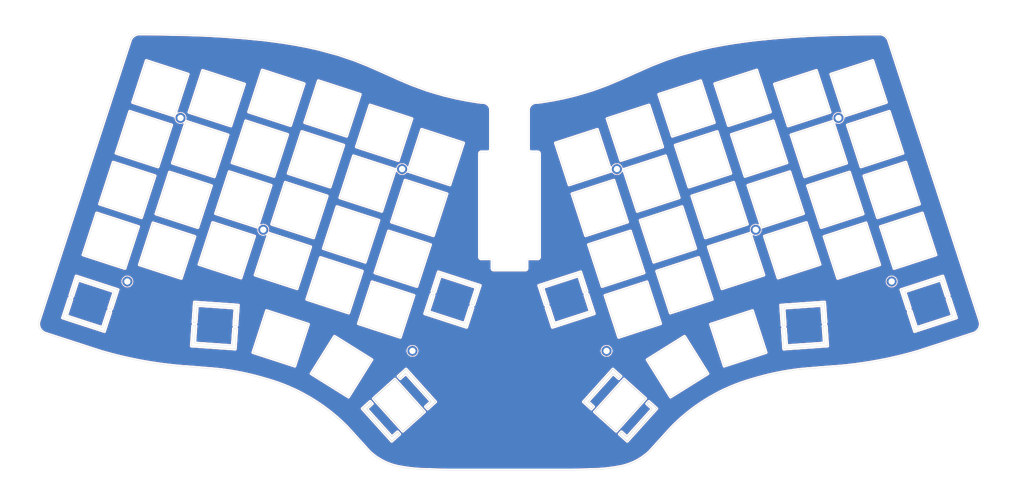
<source format=kicad_pcb>
(kicad_pcb (version 20211014) (generator pcbnew)
  (layers (0 "F.Cu" signal) (31 "B.Cu" signal) (34 "B.Paste" user) (35 "F.Paste" user) (36 "B.SilkS" user "B.Silkscreen") (37 "F.SilkS" user "F.Silkscreen") (38 "B.Mask" user) (39 "F.Mask" user) (44 "Edge.Cuts" user))
  (net 0 "")
  (net 1 "GND")
  (footprint "" (layer "F.Cu") (at 94.673566 123.775015)
    (fp_text reference "" (at 0 0) (layer "F.SilkS") (effects (font (size 1.27 1.27))))
    (fp_text value "" (at 0 0) (layer "F.SilkS") (effects (font (size 1.27 1.27))))
    (pad "" thru_hole circle locked (at 0 0 90) (size 3.2 3.2) (drill 2) (layers F&B.Cu *.Mask "Dwgs.User") (clearance 0.3))
  )
  (footprint "" (layer "F.Cu") (at 111.578153 71.748037)
    (fp_text reference "" (at 0 0) (layer "F.SilkS") (effects (font (size 1.27 1.27))))
    (fp_text value "" (at 0 0) (layer "F.SilkS") (effects (font (size 1.27 1.27))))
    (pad "" thru_hole circle locked (at 0 0 90) (size 3.2 3.2) (drill 2) (layers F&B.Cu *.Mask "Dwgs.User") (clearance 0.3))
  )
  (footprint "" (layer "F.Cu") (at 246.970277 145.85677)
    (fp_text reference "" (at 0 0) (layer "F.SilkS") (effects (font (size 1.27 1.27))))
    (fp_text value "" (at 0 0) (layer "F.SilkS") (effects (font (size 1.27 1.27))))
    (pad "" thru_hole circle locked (at 0 0 90) (size 3.2 3.2) (drill 2) (layers F&B.Cu *.Mask "Dwgs.User") (clearance 0.3))
  )
  (footprint "" (layer "F.Cu") (at 250.255544 88.010361)
    (fp_text reference "" (at 0 0) (layer "F.SilkS") (effects (font (size 1.27 1.27))))
    (fp_text value "" (at 0 0) (layer "F.SilkS") (effects (font (size 1.27 1.27))))
    (pad "" thru_hole circle locked (at 0 0 90) (size 3.2 3.2) (drill 2) (layers F&B.Cu *.Mask "Dwgs.User") (clearance 0.3))
  )
  (footprint "" (layer "F.Cu") (at 137.873092 107.318988)
    (fp_text reference "" (at 0 0) (layer "F.SilkS") (effects (font (size 1.27 1.27))))
    (fp_text value "" (at 0 0) (layer "F.SilkS") (effects (font (size 1.27 1.27))))
    (pad "" thru_hole circle locked (at 0 0 90) (size 3.2 3.2) (drill 2) (layers F&B.Cu *.Mask "Dwgs.User") (clearance 0.3))
  )
  (footprint "" (layer "F.Cu") (at 185.28494 145.856198)
    (fp_text reference "" (at 0 0) (layer "F.SilkS") (effects (font (size 1.27 1.27))))
    (fp_text value "" (at 0 0) (layer "F.SilkS") (effects (font (size 1.27 1.27))))
    (pad "" thru_hole circle locked (at 0 0 90) (size 3.2 3.2) (drill 2) (layers F&B.Cu *.Mask "Dwgs.User") (clearance 0.3))
  )
  (footprint "" (layer "F.Cu") (at 320.677064 71.748608)
    (fp_text reference "" (at 0 0) (layer "F.SilkS") (effects (font (size 1.27 1.27))))
    (fp_text value "" (at 0 0) (layer "F.SilkS") (effects (font (size 1.27 1.27))))
    (pad "" thru_hole circle locked (at 0 0 90) (size 3.2 3.2) (drill 2) (layers F&B.Cu *.Mask "Dwgs.User") (clearance 0.3))
  )
  (footprint "" (layer "F.Cu") (at 294.382124 107.319558)
    (fp_text reference "" (at 0 0) (layer "F.SilkS") (effects (font (size 1.27 1.27))))
    (fp_text value "" (at 0 0) (layer "F.SilkS") (effects (font (size 1.27 1.27))))
    (pad "" thru_hole circle locked (at 0 0 90) (size 3.2 3.2) (drill 2) (layers F&B.Cu *.Mask "Dwgs.User") (clearance 0.3))
  )
  (footprint "" (layer "F.Cu") (at 181.999669 88.009791)
    (fp_text reference "" (at 0 0) (layer "F.SilkS") (effects (font (size 1.27 1.27))))
    (fp_text value "" (at 0 0) (layer "F.SilkS") (effects (font (size 1.27 1.27))))
    (pad "" thru_hole circle locked (at 0 0 90) (size 3.2 3.2) (drill 2) (layers F&B.Cu *.Mask "Dwgs.User") (clearance 0.3))
  )
  (footprint "" (layer "F.Cu") (at 337.58165 123.775584)
    (fp_text reference "" (at 0 0) (layer "F.SilkS") (effects (font (size 1.27 1.27))))
    (fp_text value "" (at 0 0) (layer "F.SilkS") (effects (font (size 1.27 1.27))))
    (pad "" thru_hole circle locked (at 0 0 90) (size 3.2 3.2) (drill 2) (layers F&B.Cu *.Mask "Dwgs.User") (clearance 0.3))
  )
  (gr_line (start 155.380379 59.909234) (end 151.054142 73.224027) (layer "Edge.Cuts") (width 0.1))
  (gr_line (start 297.14516 109.351167) (end 301.471396 122.66596) (layer "Edge.Cuts") (width 0.1))
  (gr_line (start 299.953371 72.689008) (end 286.638583 77.015243) (layer "Edge.Cuts") (width 0.1))
  (gr_line (start 274.237519 50.559606) (end 277.00638 49.822649) (layer "Edge.Cuts") (width 0.099999))
  (gr_line (start 136.036922 106.497997) (end 140.363159 93.183204) (layer "Edge.Cuts") (width 0.1))
  (gr_line (start 87.399072 139.683907) (end 89.407683 133.502039) (layer "Edge.Cuts") (width 0.1))
  (gr_line (start 185.760507 128.212196) (end 172.445719 123.885959) (layer "Edge.Cuts") (width 0.1))
  (gr_line (start 170.274957 117.622608) (end 174.601192 104.307816) (layer "Edge.Cuts") (width 0.1))
  (gr_line (start 264.135551 137.200754) (end 259.809314 123.885962) (layer "Edge.Cuts") (width 0.1))
  (gr_line (start 168.119478 137.200751) (end 181.43427 141.526989) (layer "Edge.Cuts") (width 0.1))
  (gr_line (start 133.228709 69.835839) (end 146.543502 74.162076) (layer "Edge.Cuts") (width 0.1))
  (gr_line (start 253.628975 104.864832) (end 249.302736 91.550039) (layer "Edge.Cuts") (width 0.1))
  (gr_line (start 156.960164 113.296372) (end 170.274957 117.622608) (layer "Edge.Cuts") (width 0.1))
  (gr_line (start 239.895699 63.637797) (end 242.283801 62.914808) (layer "Edge.Cuts") (width 0.099999))
  (gr_line (start 315.335868 131.390573) (end 315.719528 136.877176) (layer "Edge.Cuts") (width 0.1))
  (gr_line (start 355.211082 129.484818) (end 356.910676 134.715629) (layer "Edge.Cuts") (width 0.1))
  (gr_line (start 333.749912 118.454839) (end 329.423671 105.140047) (layer "Edge.Cuts") (width 0.1))
  (gr_line (start 335.893967 66.804335) (end 331.567728 53.489543) (layer "Edge.Cuts") (width 0.1))
  (gr_line (start 243.157554 165.241354) (end 250.022356 171.418419) (layer "Edge.Cuts") (width 0.15))
  (gr_line (start 109.011696 86.118917) (end 122.326487 90.445156) (layer "Edge.Cuts") (width 0.1))
  (gr_line (start 280.409823 49.062422) (end 284.574716 48.274281) (layer "Edge.Cuts") (width 0.099999))
  (gr_line (start 230.401788 137.094876) (end 228.702195 131.864065) (layer "Edge.Cuts") (width 0.1))
  (gr_line (start 147.680308 48.27428) (end 151.845204 49.062421) (layer "Edge.Cuts") (width 0.099999))
  (gr_line (start 303.365099 132.227651) (end 315.335868 131.390573) (layer "Edge.Cuts") (width 0.1))
  (gr_line (start 287.381228 92.245159) (end 274.066439 96.571396) (layer "Edge.Cuts") (width 0.1))
  (gr_line (start 317.240266 144.289151) (end 316.78685 137.804983) (layer "Edge.Cuts") (width 0.1))
  (gr_line (start 126.652725 77.130363) (end 113.337936 72.804125) (layer "Edge.Cuts") (width 0.1))
  (gr_line (start 251.473497 85.286687) (end 264.788287 80.96045) (layer "Edge.Cuts") (width 0.1))
  (gr_line (start 216.127509 183.784169) (end 204.951512 183.784171) (layer "Edge.Cuts") (width 0.1))
  (gr_line (start 181.219442 172.333906) (end 180.550312 171.590761) (layer "Edge.Cuts") (width 0.15))
  (gr_line (start 196.267084 95.876276) (end 182.952295 91.550038) (layer "Edge.Cuts") (width 0.1))
  (gr_line (start 265.441909 53.296748) (end 270.462655 51.58762) (layer "Edge.Cuts") (width 0.099999))
  (gr_line (start 152.935301 112.739357) (end 139.62051 108.413119) (layer "Edge.Cuts") (width 0.1))
  (gr_line (start 109.675854 71.130572) (end 114.002091 57.815778) (layer "Edge.Cuts") (width 0.1))
  (gr_line (start 305.206659 88.856968) (end 291.89187 93.183205) (layer "Edge.Cuts") (width 0.1))
  (gr_line (start 148.609064 126.054148) (end 152.935301 112.739357) (layer "Edge.Cuts") (width 0.1))
  (gr_line (start 135.294272 121.72791) (end 148.609064 126.054148) (layer "Edge.Cuts") (width 0.1))
  (gr_line (start 116.082082 143.361336) (end 116.465743 137.874733) (layer "Edge.Cuts") (width 0.1))
  (gr_line (start 170.7372 164.278934) (end 172.520744 162.673022) (layer "Edge.Cuts") (width 0.15))
  (gr_line (start 204.503892 132.173081) (end 203.552835 131.864064) (layer "Edge.Cuts") (width 0.1))
  (gr_line (start 314.786189 118.339723) (end 310.45995 105.024931) (layer "Edge.Cuts") (width 0.1))
  (gr_line (start 189.971223 62.914804) (end 192.359329 63.637796) (layer "Edge.Cuts") (width 0.099999))
  (gr_line (start 235.060892 93.023107) (end 248.375684 88.696871) (layer "Edge.Cuts") (width 0.1))
  (gr_line (start 317.281872 150.992207) (end 320.457048 150.76752) (layer "Edge.Cuts") (width 0.099999))
  (gr_line (start 256.726785 101.454647) (end 270.041574 97.12841) (layer "Edge.Cuts") (width 0.1))
  (gr_arc (start 221.675514 117.057168) (mid 221.821973 116.70364) (end 222.175514 116.557168) (layer "Edge.Cuts") (width 0.05))
  (gr_arc (start 181.60011 182.780329) (mid 176.288196 181.104044) (end 171.694106 177.954331) (layer "Edge.Cuts") (width 0.1))
  (gr_line (start 114.002091 57.815778) (end 100.687302 53.48954) (layer "Edge.Cuts") (width 0.1))
  (gr_line (start 334.932865 45.270215) (end 335.339269 45.473408) (layer "Edge.Cuts") (width 0.099999))
  (gr_line (start 182.232674 171.418416) (end 189.097476 165.241351) (layer "Edge.Cuts") (width 0.15))
  (gr_line (start 317.281872 150.992207) (end 309.535045 151.629521) (layer "Edge.Cuts") (width 0.099999))
  (gr_line (start 172.520744 162.673022) (end 171.851614 161.929879) (layer "Edge.Cuts") (width 0.15))
  (gr_line (start 139.62051 108.413119) (end 135.294272 121.72791) (layer "Edge.Cuts") (width 0.1))
  (gr_line (start 73.732215 114.49507) (end 95.696547 46.89581) (layer "Edge.Cuts") (width 0.1))
  (gr_line (start 261.980072 117.622611) (end 275.294865 113.296372) (layer "Edge.Cuts") (width 0.1))
  (gr_line (start 127.975421 86.003798) (end 141.290211 90.330035) (layer "Edge.Cuts") (width 0.1))
  (gr_line (start 322.579177 71.130571) (end 335.893967 66.804335) (layer "Edge.Cuts") (width 0.1))
  (gr_line (start 226.693582 125.682199) (end 238.106261 121.973994) (layer "Edge.Cuts") (width 0.1))
  (gr_line (start 263.559864 64.235472) (end 267.886099 77.550265) (layer "Edge.Cuts") (width 0.1))
  (gr_line (start 97.728563 45.117813) (end 98.33815 45.016206) (layer "Edge.Cuts") (width 0.099999))
  (gr_line (start 299.026321 69.83584) (end 294.700081 56.521049) (layer "Edge.Cuts") (width 0.1))
  (gr_line (start 260.462047 67.645657) (end 247.14726 71.971894) (layer "Edge.Cuts") (width 0.1))
  (gr_line (start 172.864847 161.018416) (end 182.232674 171.418416) (layer "Edge.Cuts") (width 0.15))
  (gr_line (start 161.286404 99.981579) (end 156.960164 113.296372) (layer "Edge.Cuts") (width 0.1))
  (gr_line (start 300.349016 60.962402) (end 304.675253 74.277195) (layer "Edge.Cuts") (width 0.1))
  (gr_line (start 114.113064 45.264232) (end 119.95112 45.4783) (layer "Edge.Cuts") (width 0.099999))
  (gr_line (start 115.014764 144.289145) (end 128.980658 145.265734) (layer "Edge.Cuts") (width 0.1))
  (gr_line (start 119.95112 45.4783) (end 125.911452 45.823937) (layer "Edge.Cuts") (width 0.099999))
  (gr_line (start 175.528245 101.454646) (end 179.854484 88.139854) (layer "Edge.Cuts") (width 0.1))
  (gr_line (start 279.31973 112.739358) (end 283.645968 126.054149) (layer "Edge.Cuts") (width 0.1))
  (gr_arc (start 211.079514 120.113168) (mid 210.725992 119.966695) (end 210.579514 119.613168) (layer "Edge.Cuts") (width 0.05))
  (gr_line (start 259.390183 161.018419) (end 252.525382 154.837325) (layer "Edge.Cuts") (width 0.15))
  (gr_line (start 249.060875 153.06264) (end 250.844419 154.668549) (layer "Edge.Cuts") (width 0.15))
  (gr_line (start 80.6012 115.308217) (end 93.91599 119.634454) (layer "Edge.Cuts") (width 0.1))
  (gr_line (start 335.948856 45.981415) (end 336.202887 46.28621) (layer "Edge.Cuts") (width 0.099999))
  (gr_line (start 221.175514 120.113168) (end 211.079514 120.113168) (layer "Edge.Cuts") (width 0.05))
  (gr_line (start 184.955133 61.07876) (end 187.211687 61.924016) (layer "Edge.Cuts") (width 0.099999))
  (gr_line (start 89.407683 133.502039) (end 88.456626 133.193022) (layer "Edge.Cuts") (width 0.1))
  (gr_line (start 262.907124 120.475778) (end 267.233362 133.790571) (layer "Edge.Cuts") (width 0.1))
  (gr_line (start 270.968625 99.981581) (end 257.653836 104.307818) (layer "Edge.Cuts") (width 0.1))
  (gr_line (start 193.506731 120.71392) (end 191.498119 126.895787) (layer "Edge.Cuts") (width 0.1))
  (gr_line (start 278.392675 109.886187) (end 291.707468 105.55995) (layer "Edge.Cuts") (width 0.1))
  (gr_line (start 104.422564 87.29853) (end 108.748801 73.983738) (layer "Edge.Cuts") (width 0.1))
  (gr_line (start 166.813116 53.296746) (end 168.942742 54.137348) (layer "Edge.Cuts") (width 0.099999))
  (gr_line (start 248.98686 151.650364) (end 239.61903 162.054391) (layer "Edge.Cuts") (width 0.15))
  (gr_line (start 206.821521 125.040158) (end 193.506731 120.71392) (layer "Edge.Cuts") (width 0.1))
  (gr_line (start 204.812909 131.222025) (end 206.821519 125.040157) (layer "Edge.Cuts") (width 0.1))
  (gr_line (start 318.25294 57.81578) (end 322.579177 71.130571) (layer "Edge.Cuts") (width 0.1))
  (gr_line (start 287.606714 47.781845) (end 291.273296 47.266146) (layer "Edge.Cuts") (width 0.099999))
  (gr_line (start 91.107773 82.972293) (end 104.422564 87.29853) (layer "Edge.Cuts") (width 0.1))
  (gr_line (start 253.488262 173.196674) (end 251.704718 171.590764) (layer "Edge.Cuts") (width 0.15))
  (gr_line (start 306.343574 45.82394) (end 312.303905 45.478301) (layer "Edge.Cuts") (width 0.099999))
  (gr_line (start 225.433511 125.040158) (end 227.442121 131.222026) (layer "Edge.Cuts") (width 0.1))
  (gr_line (start 315.719528 136.877176) (end 316.717093 136.807419) (layer "Edge.Cuts") (width 0.1))
  (gr_line (start 343.798404 133.193022) (end 342.847347 133.502039) (layer "Edge.Cuts") (width 0.1))
  (gr_line (start 250.844419 154.668549) (end 251.513549 153.925405) (layer "Edge.Cuts") (width 0.15))
  (gr_line (start 344.855958 139.683907) (end 358.170745 135.35767) (layer "Edge.Cuts") (width 0.1))
  (gr_line (start 273.139389 93.718226) (end 286.454181 89.391989) (layer "Edge.Cuts") (width 0.1))
  (gr_line (start 276.874651 59.909235) (end 263.559864 64.235472) (layer "Edge.Cuts") (width 0.1))
  (gr_line (start 167.466745 80.960449) (end 180.781535 85.286685) (layer "Edge.Cuts") (width 0.1))
  (gr_line (start 96.361063 66.804333) (end 109.675854 71.130572) (layer "Edge.Cuts") (width 0.1))
  (gr_line (start 327.832465 87.298531) (end 341.147257 82.972294) (layer "Edge.Cuts") (width 0.1))
  (gr_line (start 125.911452 45.823937) (end 131.994063 46.301151) (layer "Edge.Cuts") (width 0.099999))
  (gr_line (start 296.218107 106.497998) (end 309.532898 102.171761) (layer "Edge.Cuts") (width 0.1))
  (gr_line (start 116.146147 109.466283) (end 102.831357 105.140046) (layer "Edge.Cuts") (width 0.1))
  (gr_line (start 336.406041 46.59101) (end 336.558478 46.89581) (layer "Edge.Cuts") (width 0.099999))
  (gr_line (start 316.172948 143.361342) (end 304.202179 144.198419) (layer "Edge.Cuts") (width 0.1))
  (gr_line (start 115.537937 136.807413) (end 116.535502 136.87717) (layer "Edge.Cuts") (width 0.1))
  (gr_line (start 98.242228 106.319661) (end 84.927439 101.993424) (layer "Edge.Cuts") (width 0.1))
  (gr_line (start 118.591225 56.636165) (end 114.264985 69.950956) (layer "Edge.Cuts") (width 0.1))
  (gr_line (start 169.324924 164.20492) (end 171.851614 161.929879) (layer "Edge.Cuts") (width 0.15))
  (gr_line (start 324.170383 88.972086) (end 310.855596 93.298324) (layer "Edge.Cuts") (width 0.1))
  (gr_line (start 105.985878 45.093302) (end 114.113064 45.264232) (layer "Edge.Cuts") (width 0.099999))
  (gr_line (start 354.902063 128.533763) (end 355.85312 128.224745) (layer "Edge.Cuts") (width 0.1))
  (gr_line (start 151.706877 129.464332) (end 165.021669 133.79057) (layer "Edge.Cuts") (width 0.1))
  (gr_line (start 117.0732 106.613114) (end 121.399436 93.298322) (layer "Edge.Cuts") (width 0.1))
  (gr_line (start 163.441878 80.403432) (end 150.127089 76.077195) (layer "Edge.Cuts") (width 0.1))
  (gr_line (start 137.554948 56.521047) (end 133.228709 69.835839) (layer "Edge.Cuts") (width 0.1))
  (gr_line (start 258.681588 56.086343) (end 261.182662 54.977952) (layer "Edge.Cuts") (width 0.099999))
  (gr_line (start 185.107771 71.971893) (end 171.792983 67.645656) (layer "Edge.Cuts") (width 0.1))
  (gr_line (start 205.561448 125.682198) (end 203.861854 130.913008) (layer "Edge.Cuts") (width 0.1))
  (gr_line (start 342.847347 133.502039) (end 344.855958 139.683907) (layer "Edge.Cuts") (width 0.1))
  (gr_line (start 191.940848 109.191068) (end 196.267084 95.876276) (layer "Edge.Cuts") (width 0.1))
  (gr_line (start 340.52972 126.369115) (end 342.53833 132.550983) (layer "Edge.Cuts") (width 0.1))
  (gr_line (start 202.311135 66.036081) (end 206.226872 66.688007) (layer "Edge.Cuts") (width 0.099999))
  (gr_line (start 169.324924 164.20492) (end 178.692753 174.608947) (layer "Edge.Cuts") (width 0.15))
  (gr_line (start 259.877266 148.644304) (end 267.296134 160.516976) (layer "Edge.Cuts") (width 0.1))
  (gr_line (start 168.695168 64.23547) (end 155.380379 59.909234) (layer "Edge.Cuts") (width 0.1))
  (gr_line (start 210.579514 119.613168) (end 210.579514 117.057168) (layer "Edge.Cuts") (width 0.05))
  (gr_line (start 259.809314 123.885962) (end 246.494524 128.212198) (layer "Edge.Cuts") (width 0.1))
  (gr_line (start 189.180494 134.028712) (end 202.495281 138.354949) (layer "Edge.Cuts") (width 0.1))
  (gr_line (start 250.022356 171.418419) (end 259.390183 161.018419) (layer "Edge.Cuts") (width 0.15))
  (gr_line (start 323.243336 86.118919) (end 318.917097 72.804126) (layer "Edge.Cuts") (width 0.1))
  (gr_line (start 144.648313 47.781844) (end 147.680308 48.27428) (layer "Edge.Cuts") (width 0.099999))
  (gr_line (start 131.994063 46.301151) (end 138.198913 46.90993) (layer "Edge.Cuts") (width 0.099999))
  (gr_line (start 315.181832 106.613115) (end 328.496623 102.286878) (layer "Edge.Cuts") (width 0.1))
  (gr_line (start 260.403416 161.929882) (end 262.930106 164.204923) (layer "Edge.Cuts") (width 0.15))
  (gr_line (start 210.127514 69.303168) (end 210.127514 81.553168) (layer "Edge.Cuts") (width 0.05))
  (gr_line (start 241.814467 133.386672) (end 230.401788 137.094876) (layer "Edge.Cuts") (width 0.1))
  (gr_line (start 279.168808 153.098108) (end 271.749939 141.225432) (layer "Edge.Cuts") (width 0.1))
  (gr_line (start 286.454181 89.391989) (end 282.127942 76.077197) (layer "Edge.Cuts") (width 0.1))
  (gr_line (start 91.725312 126.369116) (end 78.410522 122.042878) (layer "Edge.Cuts") (width 0.1))
  (gr_line (start 265.715335 83.813618) (end 252.400546 88.139854) (layer "Edge.Cuts") (width 0.1))
  (gr_line (start 183.879346 88.69687) (end 197.194137 93.023106) (layer "Edge.Cuts") (width 0.1))
  (gr_line (start 268.813151 80.403433) (end 273.139389 93.718226) (layer "Edge.Cuts") (width 0.1))
  (gr_line (start 251.513549 153.925405) (end 248.98686 151.650364) (layer "Edge.Cuts") (width 0.15))
  (gr_arc (start 225.627514 116.057168) (mid 225.481073 116.410712) (end 225.127514 116.557168) (layer "Edge.Cuts") (width 0.05))
  (gr_line (start 245.567471 125.359029) (end 258.882264 121.032791) (layer "Edge.Cuts") (width 0.1))
  (gr_line (start 166.539695 83.813619) (end 162.213455 97.128409) (layer "Edge.Cuts") (width 0.1))
  (gr_line (start 304.202179 144.198419) (end 303.818519 138.711817) (layer "Edge.Cuts") (width 0.1))
  (gr_line (start 150.127089 76.077195) (end 145.800849 89.391988) (layer "Edge.Cuts") (width 0.1))
  (gr_line (start 281.385293 60.847285) (end 285.711529 74.162077) (layer "Edge.Cuts") (width 0.1))
  (gr_line (start 260.403416 161.929882) (end 259.734286 162.673025) (layer "Edge.Cuts") (width 0.15))
  (gr_line (start 179.854484 88.139854) (end 166.539695 83.813619) (layer "Edge.Cuts") (width 0.1))
  (gr_line (start 317.990045 69.950958) (end 313.663807 56.636166) (layer "Edge.Cuts") (width 0.1))
  (gr_line (start 128.980658 145.265734) (end 129.434076 138.781567) (layer "Edge.Cuts") (width 0.1))
  (gr_line (start 186.687559 125.359027) (end 191.013796 112.044235) (layer "Edge.Cuts") (width 0.1))
  (gr_line (start 197.194137 93.023106) (end 201.520374 79.708313) (layer "Edge.Cuts") (width 0.1))
  (gr_line (start 101.031518 45.038724) (end 105.985878 45.093302) (layer "Edge.Cuts") (width 0.099999))
  (gr_line (start 151.845204 49.062421) (end 155.248647 49.822651) (layer "Edge.Cuts") (width 0.099999))
  (gr_line (start 270.041574 97.12841) (end 265.715335 83.813618) (layer "Edge.Cuts") (width 0.1))
  (gr_line (start 328.759516 90.151701) (end 333.085754 103.466494) (layer "Edge.Cuts") (width 0.1))
  (gr_line (start 113.337936 72.804125) (end 109.011696 86.118917) (layer "Edge.Cuts") (width 0.1))
  (gr_arc (start 225.127514 82.553168) (mid 225.481099 82.699588) (end 225.627514 83.053168) (layer "Edge.Cuts") (width 0.05))
  (gr_line (start 310.45995 105.024931) (end 297.14516 109.351167) (layer "Edge.Cuts") (width 0.1))
  (gr_line (start 310.855596 93.298324) (end 315.181832 106.613115) (layer "Edge.Cuts") (width 0.1))
  (gr_line (start 183.26817 151.650361) (end 180.741481 153.925402) (layer "Edge.Cuts") (width 0.15))
  (gr_line (start 180.781535 85.286685) (end 185.107771 71.971893) (layer "Edge.Cuts") (width 0.1))
  (gr_line (start 335.339269 45.473408) (end 335.694892 45.72741) (layer "Edge.Cuts") (width 0.099999))
  (gr_line (start 122.326487 90.445156) (end 126.652725 77.130363) (layer "Edge.Cuts") (width 0.1))
  (gr_line (start 267.233362 133.790571) (end 280.548154 129.464335) (layer "Edge.Cuts") (width 0.1))
  (gr_line (start 181.43427 141.526989) (end 185.760507 128.212196) (layer "Edge.Cuts") (width 0.1))
  (gr_line (start 346.400542 99.140258) (end 342.074304 85.825466) (layer "Edge.Cuts") (width 0.1))
  (gr_line (start 202.495281 138.354949) (end 204.503892 132.173081) (layer "Edge.Cuts") (width 0.1))
  (gr_line (start 222.127514 81.553168) (end 222.127514 69.303168) (layer "Edge.Cuts") (width 0.05))
  (gr_line (start 177.32503 57.748934) (end 181.325796 59.547742) (layer "Edge.Cuts") (width 0.099999))
  (gr_line (start 316.78685 137.804983) (end 315.789287 137.874739) (layer "Edge.Cuts") (width 0.1))
  (gr_line (start 74.084285 135.35767) (end 87.399072 139.683907) (layer "Edge.Cuts") (width 0.1))
  (gr_arc (start 345.920459 146.008615) (mid 333.30783 149.02521) (end 320.457048 150.76752) (layer "Edge.Cuts") (width 0.1))
  (gr_line (start 341.147257 82.972294) (end 336.821019 69.657501) (layer "Edge.Cuts") (width 0.1))
  (gr_line (start 138.198913 46.90993) (end 140.981732 47.266144) (layer "Edge.Cuts") (width 0.099999))
  (gr_line (start 245.04334 61.924016) (end 247.299895 61.078761) (layer "Edge.Cuts") (width 0.099999))
  (gr_line (start 236.877663 64.510975) (end 239.895699 63.637797) (layer "Edge.Cuts") (width 0.099999))
  (gr_arc (start 223.127514 82.553168) (mid 222.420439 82.260249) (end 222.127514 81.553168) (layer "Edge.Cuts") (width 0.05))
  (gr_line (start 115.46818 137.804977) (end 115.014764 144.289145) (layer "Edge.Cuts") (width 0.1))
  (gr_line (start 146.543502 74.162076) (end 150.869737 60.847284) (layer "Edge.Cuts") (width 0.1))
  (gr_line (start 267.296134 160.516976) (end 279.168808 153.098108) (layer "Edge.Cuts") (width 0.1))
  (gr_line (start 141.290211 90.330035) (end 145.616449 77.015243) (layer "Edge.Cuts") (width 0.1))
  (gr_line (start 280.024562 137.374689) (end 284.3508 150.689482) (layer "Edge.Cuts") (width 0.1))
  (gr_line (start 180.550312 171.590761) (end 178.766768 173.196671) (layer "Edge.Cuts") (width 0.15))
  (gr_line (start 228.393176 130.913009) (end 226.693582 125.682199) (layer "Edge.Cuts") (width 0.1))
  (gr_line (start 284.574716 48.274281) (end 287.606714 47.781845) (layer "Edge.Cuts") (width 0.099999))
  (gr_line (start 226.028155 66.68801) (end 229.94389 66.03608) (layer "Edge.Cuts") (width 0.099999))
  (gr_line (start 225.627514 83.053168) (end 225.627514 116.057168) (layer "Edge.Cuts") (width 0.05))
  (gr_line (start 238.106261 121.973994) (end 239.805854 127.204806) (layer "Edge.Cuts") (width 0.1))
  (gr_line (start 88.456626 133.193022) (end 86.757033 138.423833) (layer "Edge.Cuts") (width 0.1))
  (gr_line (start 85.854487 99.140257) (end 99.169276 103.466494) (layer "Edge.Cuts") (width 0.1))
  (gr_line (start 302.751198 137.78401) (end 303.74876 137.714253) (layer "Edge.Cuts") (width 0.1))
  (gr_line (start 240.756911 126.895788) (end 238.748299 120.713921) (layer "Edge.Cuts") (width 0.1))
  (gr_line (start 164.368931 77.550264) (end 168.695168 64.23547) (layer "Edge.Cuts") (width 0.1))
  (gr_line (start 229.759748 138.354951) (end 243.074537 134.028712) (layer "Edge.Cuts") (width 0.1))
  (gr_line (start 116.919162 131.390567) (end 128.889931 132.227645) (layer "Edge.Cuts") (width 0.1))
  (gr_line (start 187.211687 61.924016) (end 189.971223 62.914804) (layer "Edge.Cuts") (width 0.099999))
  (gr_line (start 172.377766 148.644306) (end 160.505091 141.225432) (layer "Edge.Cuts") (width 0.1))
  (gr_line (start 140.981732 47.266144) (end 144.648313 47.781844) (layer "Edge.Cuts") (width 0.099999))
  (gr_line (start 145.800849 89.391988) (end 159.115641 93.718224) (layer "Edge.Cuts") (width 0.1))
  (gr_line (start 280.548154 129.464335) (end 276.221914 116.149541) (layer "Edge.Cuts") (width 0.1))
  (gr_line (start 277.00638 49.822649) (end 280.409823 49.062422) (layer "Edge.Cuts") (width 0.099999))
  (gr_line (start 293.339351 133.048452) (end 280.024562 137.374689) (layer "Edge.Cuts") (width 0.1))
  (gr_line (start 341.789791 127.011156) (end 353.20247 123.302951) (layer "Edge.Cuts") (width 0.1))
  (gr_line (start 227.751138 132.173082) (end 229.759749 138.35495) (layer "Edge.Cuts") (width 0.1))
  (gr_line (start 189.44018 163.586286) (end 190.10931 164.329429) (layer "Edge.Cuts") (width 0.15))
  (gr_line (start 95.848985 46.591009) (end 96.052138 46.28621) (layer "Edge.Cuts") (width 0.099999))
  (gr_line (start 76.40191 128.224745) (end 77.352967 128.533763) (layer "Edge.Cuts") (width 0.1))
  (gr_line (start 227.303516 183.784169) (end 216.127514 183.784168) (layer "Edge.Cuts") (width 0.1))
  (gr_line (start 333.085754 103.466494) (end 346.400542 99.140258) (layer "Edge.Cuts") (width 0.1))
  (gr_line (start 103.495514 90.151701) (end 90.180726 85.825465) (layer "Edge.Cuts") (width 0.1))
  (gr_line (start 282.127942 76.077197) (end 268.813151 80.403433) (layer "Edge.Cuts") (width 0.1))
  (gr_line (start 162.213455 97.128409) (end 175.528245 101.454646) (layer "Edge.Cuts") (width 0.1))
  (gr_line (start 181.325796 59.547742) (end 184.955133 61.07876) (layer "Edge.Cuts") (width 0.099999))
  (gr_line (start 130.783634 122.665957) (end 135.10987 109.351165) (layer "Edge.Cuts") (width 0.1))
  (gr_line (start 179.729648 154.837322) (end 172.864847 161.018416) (layer "Edge.Cuts") (width 0.15))
  (gr_line (start 356.910676 134.715629) (end 345.497997 138.423833) (layer "Edge.Cuts") (width 0.1))
  (gr_line (start 88.765645 132.241966) (end 89.7167 132.550983) (layer "Edge.Cuts") (width 0.1))
  (gr_arc (start 122.719982 151.629523) (mid 130.73405 152.833329) (end 138.594552 154.804862) (layer "Edge.Cuts") (width 0.1))
  (gr_line (start 96.560137 45.727411) (end 96.915758 45.473409) (layer "Edge.Cuts") (width 0.099999))
  (gr_line (start 96.915758 45.473409) (end 97.322162 45.270215) (layer "Edge.Cuts") (width 0.099999))
  (gr_line (start 284.3508 150.689482) (end 297.665591 146.363244) (layer "Edge.Cuts") (width 0.1))
  (gr_line (start 174.601192 104.307816) (end 161.286404 99.981579) (layer "Edge.Cuts") (width 0.1))
  (gr_line (start 132.301658 72.689006) (end 127.975421 86.003798) (layer "Edge.Cuts") (width 0.1))
  (gr_line (start 196.061511 183.784169) (end 187.933511 183.530171) (layer "Edge.Cuts") (width 0.1))
  (gr_arc (start 222.127514 69.303168) (mid 222.859763 67.535417) (end 224.627514 66.803168) (layer "Edge.Cuts") (width 0.05))
  (gr_line (start 89.7167 132.550983) (end 91.72531 126.369115) (layer "Edge.Cuts") (width 0.1))
  (gr_line (start 165.021669 133.79057) (end 169.347905 120.475777) (layer "Edge.Cuts") (width 0.1))
  (gr_line (start 244.049445 75.382079) (end 230.734656 79.708314) (layer "Edge.Cuts") (width 0.1))
  (gr_line (start 178.626057 104.864829) (end 191.940848 109.191068) (layer "Edge.Cuts") (width 0.1))
  (gr_line (start 199.156879 65.412077) (end 202.311135 66.036081) (layer "Edge.Cuts") (width 0.099999))
  (gr_line (start 241.031307 161.980377) (end 249.060875 153.06264) (layer "Edge.Cuts") (width 0.15))
  (gr_line (start 161.792372 51.587621) (end 166.813116 53.296746) (layer "Edge.Cuts") (width 0.099999))
  (gr_line (start 164.958895 160.516976) (end 172.377766 148.644306) (layer "Edge.Cuts") (width 0.1))
  (gr_line (start 129.957249 131.299837) (end 115.991355 130.323246) (layer "Edge.Cuts") (width 0.1))
  (gr_line (start 206.226872 66.688007) (end 207.627514 66.803168) (layer "Edge.Cuts") (width 0.099999))
  (gr_line (start 303.74876 137.714253) (end 303.365099 132.227651) (layer "Edge.Cuts") (width 0.1))
  (gr_line (start 108.748801 73.983738) (end 95.434013 69.657501) (layer "Edge.Cuts") (width 0.1))
  (gr_line (start 172.445719 123.885959) (end 168.119478 137.200751) (layer "Edge.Cuts") (width 0.1))
  (gr_line (start 180.741481 153.925402) (end 181.410611 154.668546) (layer "Edge.Cuts") (width 0.15))
  (gr_line (start 292.63452 108.413121) (end 279.31973 112.739358) (layer "Edge.Cuts") (width 0.1))
  (gr_line (start 254.556023 107.717999) (end 241.241235 112.044236) (layer "Edge.Cuts") (width 0.1))
  (gr_line (start 128.889931 132.227645) (end 128.50627 137.714247) (layer "Edge.Cuts") (width 0.1))
  (gr_line (start 190.440563 133.386671) (end 192.140157 128.15586) (layer "Edge.Cuts") (width 0.1))
  (gr_line (start 129.434076 138.781567) (end 128.436511 138.711811) (layer "Edge.Cuts") (width 0.1))
  (gr_line (start 111.797979 150.767524) (end 114.973155 150.992208) (layer "Edge.Cuts") (width 0.099999))
  (gr_line (start 192.636 162.054388) (end 190.10931 164.329429) (layer "Edge.Cuts") (width 0.15))
  (gr_line (start 223.127514 82.553168) (end 225.127514 82.553168) (layer "Edge.Cuts") (width 0.05))
  (gr_line (start 247.14726 71.971894) (end 251.473497 85.286687) (layer "Edge.Cuts") (width 0.1))
  (gr_line (start 253.562277 174.60895) (end 262.930106 164.204923) (layer "Edge.Cuts") (width 0.15))
  (gr_line (start 169.347905 120.475777) (end 156.033117 116.14954) (layer "Edge.Cuts") (width 0.1))
  (gr_line (start 153.862353 109.886187) (end 158.188591 96.571395) (layer "Edge.Cuts") (width 0.1))
  (gr_arc (start 293.660474 154.804861) (mid 301.520976 152.833326) (end 309.535045 151.629521) (layer "Edge.Cuts") (width 0.1))
  (gr_line (start 173.372769 121.03279) (end 186.687559 125.359027) (layer "Edge.Cuts") (width 0.1))
  (gr_line (start 244.321517 183.530167) (end 236.193515 183.784165) (layer "Edge.Cuts") (width 0.1))
  (gr_line (start 294.056114 46.909929) (end 300.260966 46.30115) (layer "Edge.Cuts") (width 0.099999))
  (gr_line (start 342.074304 85.825466) (end 328.759516 90.151701) (layer "Edge.Cuts") (width 0.1))
  (gr_line (start 347.327594 101.993426) (end 334.012804 106.319663) (layer "Edge.Cuts") (width 0.1))
  (gr_line (start 96.306169 45.981414) (end 96.560137 45.727411) (layer "Edge.Cuts") (width 0.099999))
  (gr_line (start 238.748299 120.713921) (end 225.43351 125.040158) (layer "Edge.Cuts") (width 0.1))
  (gr_line (start 264.788287 80.96045) (end 260.462047 67.645657) (layer "Edge.Cuts") (width 0.1))
  (gr_line (start 281.20089 73.224026) (end 276.874651 59.909235) (layer "Edge.Cuts") (width 0.1))
  (gr_line (start 128.436511 138.711811) (end 128.052851 144.198413) (layer "Edge.Cuts") (width 0.1))
  (gr_line (start 312.303905 45.478301) (end 318.141961 45.264228) (layer "Edge.Cuts") (width 0.099999))
  (gr_line (start 195.377364 64.510974) (end 199.156879 65.412077) (layer "Edge.Cuts") (width 0.099999))
  (gr_line (start 246.494524 128.212198) (end 250.820761 141.52699) (layer "Edge.Cuts") (width 0.1))
  (gr_line (start 171.694106 177.954331) (end 164.630186 170.169195) (layer "Edge.Cuts") (width 0.1))
  (gr_line (start 275.294865 113.296372) (end 270.968625 99.981581) (layer "Edge.Cuts") (width 0.1))
  (gr_line (start 343.489385 132.241966) (end 341.789791 127.011156) (layer "Edge.Cuts") (width 0.1))
  (gr_line (start 251.704718 171.590764) (end 251.035588 172.333909) (layer "Edge.Cuts") (width 0.15))
  (gr_line (start 192.449176 127.204805) (end 194.148769 121.973993) (layer "Edge.Cuts") (width 0.1))
  (gr_arc (start 267.624844 170.169196) (mid 279.621419 160.756484) (end 293.660474 154.804861) (layer "Edge.Cuts") (width 0.1))
  (gr_arc (start 210.127514 81.553168) (mid 209.834627 82.260265) (end 209.127514 82.553168) (layer "Edge.Cuts") (width 0.05))
  (gr_line (start 203.552835 131.864064) (end 201.853242 137.094875) (layer "Edge.Cuts") (width 0.1))
  (gr_line (start 121.399436 93.298322) (end 108.084646 88.972085) (layer "Edge.Cuts") (width 0.1))
  (gr_line (start 309.532898 102.171761) (end 305.206659 88.856968) (layer "Edge.Cuts") (width 0.1))
  (gr_line (start 242.81485 163.586289) (end 241.031307 161.980377) (layer "Edge.Cuts") (width 0.15))
  (gr_line (start 229.94389 66.03608) (end 233.098149 65.412078) (layer "Edge.Cuts") (width 0.099999))
  (gr_line (start 345.920459 146.008615) (end 363.534597 140.285434) (layer "Edge.Cuts") (width 0.1))
  (gr_line (start 242.14572 164.329432) (end 239.61903 162.054391) (layer "Edge.Cuts") (width 0.15))
  (gr_line (start 302.297781 131.299843) (end 302.751198 137.78401) (layer "Edge.Cuts") (width 0.1))
  (gr_line (start 151.054142 73.224027) (end 164.368931 77.550264) (layer "Edge.Cuts") (width 0.1))
  (gr_line (start 313.663807 56.636166) (end 300.349016 60.962402) (layer "Edge.Cuts") (width 0.1))
  (gr_line (start 326.26915 45.093304) (end 331.223509 45.038724) (layer "Edge.Cuts") (width 0.099999))
  (gr_line (start 155.248647 49.822651) (end 158.01751 50.559604) (layer "Edge.Cuts") (width 0.099999))
  (gr_line (start 96.052138 46.28621) (end 96.306169 45.981414) (layer "Edge.Cuts") (width 0.099999))
  (gr_arc (start 187.93351 183.530171) (mid 184.754644 183.258011) (end 181.60011 182.780329) (layer "Edge.Cuts") (width 0.1))
  (gr_line (start 252.400546 88.139854) (end 256.726785 101.454647) (layer "Edge.Cuts") (width 0.1))
  (gr_line (start 201.520374 79.708313) (end 188.205586 75.382077) (layer "Edge.Cuts") (width 0.1))
  (gr_line (start 168.942742 54.137348) (end 171.072362 54.977951) (layer "Edge.Cuts") (width 0.099999))
  (gr_arc (start 68.720428 140.285434) (mid 66.847246 138.724996) (end 66.648947 136.295121) (layer "Edge.Cuts") (width 0.1))
  (gr_line (start 153.086222 153.098109) (end 164.958895 160.516976) (layer "Edge.Cuts") (width 0.1))
  (gr_line (start 263.312286 54.137349) (end 265.441909 53.296748) (layer "Edge.Cuts") (width 0.099999))
  (gr_line (start 230.734656 79.708314) (end 235.060892 93.023107) (layer "Edge.Cuts") (width 0.1))
  (gr_line (start 181.410611 154.668546) (end 183.194155 153.062637) (layer "Edge.Cuts") (width 0.15))
  (gr_line (start 247.299895 61.078761) (end 250.92923 59.547742) (layer "Edge.Cuts") (width 0.099999))
  (gr_line (start 156.033117 116.14954) (end 151.706877 129.464332) (layer "Edge.Cuts") (width 0.1))
  (gr_line (start 95.434013 69.657501) (end 91.107773 82.972293) (layer "Edge.Cuts") (width 0.1))
  (gr_line (start 93.91599 119.634454) (end 98.242228 106.319661) (layer "Edge.Cuts") (width 0.1))
  (gr_line (start 356.162137 129.175802) (end 355.211082 129.484818) (layer "Edge.Cuts") (width 0.1))
  (gr_line (start 283.645968 126.054149) (end 296.960759 121.727912) (layer "Edge.Cuts") (width 0.1))
  (gr_line (start 336.558478 46.89581) (end 358.52281 114.495071) (layer "Edge.Cuts") (width 0.1))
  (gr_line (start 171.792983 67.645656) (end 167.466745 80.960449) (layer "Edge.Cuts") (width 0.1))
  (gr_line (start 121.795081 105.024929) (end 117.468844 118.339721) (layer "Edge.Cuts") (width 0.1))
  (gr_line (start 250.92923 59.547742) (end 254.929997 57.748933) (layer "Edge.Cuts") (width 0.099999))
  (gr_line (start 338.339041 119.634456) (end 351.653831 115.308218) (layer "Edge.Cuts") (width 0.1))
  (gr_line (start 192.359329 63.637796) (end 195.377364 64.510974) (layer "Edge.Cuts") (width 0.099999))
  (gr_line (start 147.904229 150.689481) (end 152.230466 137.374689) (layer "Edge.Cuts") (width 0.1))
  (gr_line (start 158.01751 50.559604) (end 161.792372 51.587621) (layer "Edge.Cuts") (width 0.099999))
  (gr_arc (start 365.606076 136.295121) (mid 365.407699 138.724967) (end 363.534597 140.285434) (layer "Edge.Cuts") (width 0.1))
  (gr_line (start 316.108883 109.466284) (end 320.435122 122.781078) (layer "Edge.Cuts") (width 0.1))
  (gr_arc (start 250.654918 182.780329) (mid 247.500384 183.258007) (end 244.321517 183.530167) (layer "Edge.Cuts") (width 0.1))
  (gr_line (start 173.573438 56.086343) (end 177.32503 57.748934) (layer "Edge.Cuts") (width 0.099999))
  (gr_line (start 267.886099 77.550265) (end 281.20089 73.224026) (layer "Edge.Cuts") (width 0.1))
  (gr_line (start 150.869737 60.847284) (end 137.554948 56.521047) (layer "Edge.Cuts") (width 0.1))
  (gr_line (start 127.579777 74.277194) (end 131.906013 60.962401) (layer "Edge.Cuts") (width 0.1))
  (gr_line (start 328.496623 102.286878) (end 324.170383 88.972086) (layer "Edge.Cuts") (width 0.1))
  (gr_line (start 194.148769 121.973993) (end 205.561448 125.682198) (layer "Edge.Cuts") (width 0.1))
  (gr_line (start 128.50627 137.714247) (end 129.503832 137.784004) (layer "Edge.Cuts") (width 0.1))
  (gr_line (start 240.114873 128.155861) (end 241.814467 133.386672) (layer "Edge.Cuts") (width 0.1))
  (gr_line (start 75.344354 134.715629) (end 77.043948 129.484818) (layer "Edge.Cuts") (width 0.1))
  (gr_line (start 152.230466 137.374689) (end 138.915678 133.048452) (layer "Edge.Cuts") (width 0.1))
  (gr_line (start 129.503832 137.784004) (end 129.957249 131.299837) (layer "Edge.Cuts") (width 0.1))
  (gr_line (start 77.352967 128.533763) (end 79.05256 123.302951) (layer "Edge.Cuts") (width 0.1))
  (gr_line (start 249.302736 91.550039) (end 235.987947 95.876277) (layer "Edge.Cuts") (width 0.1))
  (gr_line (start 114.264985 69.950956) (end 127.579777 74.277194) (layer "Edge.Cuts") (width 0.1))
  (gr_line (start 111.819908 122.781075) (end 116.146147 109.466283) (layer "Edge.Cuts") (width 0.1))
  (gr_line (start 243.157554 165.241354) (end 252.525382 154.837325) (layer "Edge.Cuts") (width 0.15))
  (gr_line (start 345.497997 138.423833) (end 343.798404 133.193022) (layer "Edge.Cuts") (width 0.1))
  (gr_line (start 358.170747 135.357671) (end 356.162137 129.175802) (layer "Edge.Cuts") (width 0.1))
  (gr_arc (start 111.797979 150.767524) (mid 98.947194 149.02522) (end 86.334565 146.008615) (layer "Edge.Cuts") (width 0.1))
  (gr_line (start 127.048369 88.856966) (end 122.722131 102.17176) (layer "Edge.Cuts") (width 0.1))
  (gr_arc (start 221.675514 119.613168) (mid 221.529073 119.966712) (end 221.175514 120.113168) (layer "Edge.Cuts") (width 0.05))
  (gr_line (start 270.462655 51.58762) (end 274.237519 50.559606) (layer "Edge.Cuts") (width 0.099999))
  (gr_line (start 221.675514 117.057168) (end 221.675514 119.613168) (layer "Edge.Cuts") (width 0.05))
  (gr_line (start 276.221914 116.149541) (end 262.907124 120.475778) (layer "Edge.Cuts") (width 0.1))
  (gr_line (start 76.092893 129.175802) (end 74.084283 135.357671) (layer "Edge.Cuts") (width 0.1))
  (gr_line (start 182.952295 91.550038) (end 178.626057 104.864829) (layer "Edge.Cuts") (width 0.1))
  (gr_line (start 259.734286 162.673025) (end 261.51783 164.278937) (layer "Edge.Cuts") (width 0.15))
  (gr_line (start 100.687302 53.48954) (end 96.361063 66.804333) (layer "Edge.Cuts") (width 0.1))
  (gr_line (start 228.702195 131.864065) (end 227.751138 132.173082) (layer "Edge.Cuts") (width 0.1))
  (gr_line (start 294.700081 56.521049) (end 281.385293 60.847285) (layer "Edge.Cuts") (width 0.1))
  (gr_line (start 203.861854 130.913008) (end 204.812909 131.222025) (layer "Edge.Cuts") (width 0.1))
  (gr_line (start 140.547562 105.559947) (end 153.862353 109.886187) (layer "Edge.Cuts") (width 0.1))
  (gr_line (start 358.52281 114.495071) (end 365.606076 136.295121) (layer "Edge.Cuts") (width 0.1))
  (gr_line (start 95.696547 46.89581) (end 95.848985 46.591009) (layer "Edge.Cuts") (width 0.099999))
  (gr_line (start 290.964821 90.330036) (end 304.279611 86.003798) (layer "Edge.Cuts") (width 0.1))
  (gr_line (start 236.193515 183.784165) (end 227.303516 183.784169) (layer "Edge.Cuts") (width 0.1))
  (gr_line (start 242.283801 62.914808) (end 245.04334 61.924016) (layer "Edge.Cuts") (width 0.099999))
  (gr_line (start 206.627514 116.057168) (end 206.627514 83.053168) (layer "Edge.Cuts") (width 0.05))
  (gr_line (start 353.20247 123.302951) (end 354.902063 128.533763) (layer "Edge.Cuts") (width 0.1))
  (gr_line (start 305.602305 77.130364) (end 309.928543 90.445155) (layer "Edge.Cuts") (width 0.1))
  (gr_arc (start 210.079514 116.557168) (mid 210.43304 116.703647) (end 210.579514 117.057168) (layer "Edge.Cuts") (width 0.05))
  (gr_line (start 239.805854 127.204806) (end 240.756911 126.895788) (layer "Edge.Cuts") (width 0.1))
  (gr_line (start 331.223509 45.038724) (end 333.916877 45.016206) (layer "Edge.Cuts") (width 0.099999))
  (gr_line (start 285.711529 74.162077) (end 299.026321 69.83584) (layer "Edge.Cuts") (width 0.1))
  (gr_line (start 103.758408 102.286877) (end 117.0732 106.613114) (layer "Edge.Cuts") (width 0.1))
  (gr_line (start 355.85312 128.224745) (end 353.844508 122.042878) (layer "Edge.Cuts") (width 0.1))
  (gr_line (start 178.766768 173.196671) (end 170.7372 164.278934) (layer "Edge.Cuts") (width 0.15))
  (gr_line (start 97.322162 45.270215) (end 97.728563 45.117813) (layer "Edge.Cuts") (width 0.099999))
  (gr_line (start 296.960759 121.727912) (end 292.63452 108.413121) (layer "Edge.Cuts") (width 0.1))
  (gr_line (start 274.066439 96.571396) (end 278.392675 109.886187) (layer "Edge.Cuts") (width 0.1))
  (gr_line (start 77.043948 129.484818) (end 76.092893 129.175802) (layer "Edge.Cuts") (width 0.1))
  (gr_line (start 351.653831 115.308218) (end 347.327594 101.993426) (layer "Edge.Cuts") (width 0.1))
  (gr_line (start 204.951512 183.784171) (end 196.061511 183.784169) (layer "Edge.Cuts") (width 0.1))
  (gr_line (start 334.526465 45.117811) (end 334.932865 45.270215) (layer "Edge.Cuts") (width 0.099999))
  (gr_arc (start 260.560917 177.954328) (mid 255.966837 181.104059) (end 250.654918 182.780329) (layer "Edge.Cuts") (width 0.1))
  (gr_line (start 90.465239 127.011156) (end 88.765645 132.241966) (layer "Edge.Cuts") (width 0.1))
  (gr_line (start 122.722131 102.17176) (end 136.036922 106.497997) (layer "Edge.Cuts") (width 0.1))
  (gr_line (start 117.468844 118.339721) (end 130.783634 122.665957) (layer "Edge.Cuts") (width 0.1))
  (gr_line (start 140.363159 93.183204) (end 127.048369 88.856966) (layer "Edge.Cuts") (width 0.1))
  (gr_line (start 227.442121 131.222026) (end 228.393176 130.913009) (layer "Edge.Cuts") (width 0.1))
  (gr_line (start 342.53833 132.550983) (end 343.489385 132.241966) (layer "Edge.Cuts") (width 0.1))
  (gr_line (start 291.273296 47.266146) (end 294.056114 46.909929) (layer "Edge.Cuts") (width 0.099999))
  (gr_line (start 271.749939 141.225432) (end 259.877266 148.644304) (layer "Edge.Cuts") (width 0.1))
  (gr_line (start 188.205586 75.382077) (end 183.879346 88.69687) (layer "Edge.Cuts") (width 0.1))
  (gr_line (start 225.127514 116.557168) (end 222.175514 116.557168) (layer "Edge.Cuts") (width 0.05))
  (gr_arc (start 138.594552 154.804862) (mid 152.633611 160.756484) (end 164.630186 170.169195) (layer "Edge.Cuts") (width 0.1))
  (gr_line (start 303.274372 145.26574) (end 317.240266 144.289151) (layer "Edge.Cuts") (width 0.1))
  (gr_line (start 261.182662 54.977952) (end 263.312286 54.137349) (layer "Edge.Cuts") (width 0.099999))
  (gr_line (start 145.616449 77.015243) (end 132.301658 72.689006) (layer "Edge.Cuts") (width 0.1))
  (gr_line (start 158.188591 96.571395) (end 144.873802 92.245158) (layer "Edge.Cuts") (width 0.1))
  (gr_line (start 258.882264 121.032791) (end 254.556023 107.717999) (layer "Edge.Cuts") (width 0.1))
  (gr_line (start 297.665591 146.363244) (end 293.339351 133.048452) (layer "Edge.Cuts") (width 0.1))
  (gr_line (start 304.675253 74.277195) (end 317.990045 69.950958) (layer "Edge.Cuts") (width 0.1))
  (gr_line (start 68.720428 140.285434) (end 86.334565 146.008615) (layer "Edge.Cuts") (width 0.1))
  (gr_line (start 78.410522 122.042878) (end 76.40191 128.224745) (layer "Edge.Cuts") (width 0.1))
  (gr_line (start 336.821019 69.657501) (end 323.506229 73.983739) (layer "Edge.Cuts") (width 0.1))
  (gr_line (start 98.505119 118.454839) (end 111.819908 122.781075) (layer "Edge.Cuts") (width 0.1))
  (gr_line (start 250.820761 141.52699) (end 264.135551 137.200754) (layer "Edge.Cuts") (width 0.1))
  (gr_line (start 329.423671 105.140047) (end 316.108883 109.466284) (layer "Edge.Cuts") (width 0.1))
  (gr_line (start 243.074538 134.028714) (end 241.065928 127.846845) (layer "Edge.Cuts") (width 0.1))
  (gr_line (start 79.05256 123.302951) (end 90.465239 127.011156) (layer "Edge.Cuts") (width 0.1))
  (gr_line (start 353.844508 122.042878) (end 340.52972 126.369115) (layer "Edge.Cuts") (width 0.1))
  (gr_line (start 177.699006 107.717997) (end 173.372769 121.03279) (layer "Edge.Cuts") (width 0.1))
  (gr_line (start 251.035588 172.333909) (end 253.562277 174.60895) (layer "Edge.Cuts") (width 0.15))
  (gr_line (start 122.719982 151.629523) (end 114.973155 150.992208) (layer "Edge.Cuts") (width 0.099999))
  (gr_line (start 183.194155 153.062637) (end 191.223723 161.980374) (layer "Edge.Cuts") (width 0.15))
  (gr_arc (start 207.627514 66.803168) (mid 209.395304 67.535378) (end 210.127514 69.303168) (layer "Edge.Cuts") (width 0.05))
  (gr_line (start 90.180726 85.825465) (end 85.854487 99.140257) (layer "Edge.Cuts") (width 0.1))
  (gr_line (start 334.012804 106.319663) (end 338.339041 119.634456) (layer "Edge.Cuts") (width 0.1))
  (gr_line (start 191.013796 112.044235) (end 177.699006 107.717997) (layer "Edge.Cuts") (width 0.1))
  (gr_line (start 201.853242 137.094875) (end 190.440563 133.386671) (layer "Edge.Cuts") (width 0.1))
  (gr_line (start 291.89187 93.183205) (end 296.218107 106.497998) (layer "Edge.Cuts") (width 0.1))
  (gr_line (start 261.51783 164.278937) (end 253.488262 173.196674) (layer "Edge.Cuts") (width 0.15))
  (gr_line (start 315.789287 137.874739) (end 316.172948 143.361342) (layer "Edge.Cuts") (width 0.1))
  (gr_line (start 210.079514 116.557168) (end 207.127514 116.557168) (layer "Edge.Cuts") (width 0.05))
  (gr_line (start 241.065928 127.846845) (end 240.114873 128.155861) (layer "Edge.Cuts") (width 0.1))
  (gr_line (start 159.115641 93.718224) (end 163.441878 80.403432) (layer "Edge.Cuts") (width 0.1))
  (gr_line (start 98.33815 45.016206) (end 101.031518 45.038724) (layer "Edge.Cuts") (width 0.099999))
  (gr_line (start 254.929997 57.748933) (end 258.681588 56.086343) (layer "Edge.Cuts") (width 0.099999))
  (gr_line (start 192.140157 128.15586) (end 191.189102 127.846844) (layer "Edge.Cuts") (width 0.1))
  (gr_line (start 207.127514 82.553168) (end 209.127514 82.553168) (layer "Edge.Cuts") (width 0.05))
  (gr_line (start 301.471396 122.66596) (end 314.786189 118.339723) (layer "Edge.Cuts") (width 0.1))
  (gr_line (start 267.624844 170.169196) (end 260.560917 177.954328) (layer "Edge.Cuts") (width 0.1))
  (gr_line (start 323.506229 73.983739) (end 327.832465 87.298531) (layer "Edge.Cuts") (width 0.1))
  (gr_line (start 99.169276 103.466494) (end 103.495514 90.151701) (layer "Edge.Cuts") (width 0.1))
  (gr_line (start 86.757033 138.423833) (end 75.344354 134.715629) (layer "Edge.Cuts") (width 0.1))
  (gr_line (start 116.465743 137.874733) (end 115.46818 137.804977) (layer "Edge.Cuts") (width 0.1))
  (gr_line (start 144.873802 92.245158) (end 140.547562 105.559947) (layer "Edge.Cuts") (width 0.1))
  (gr_line (start 331.567728 53.489543) (end 318.25294 57.81578) (layer "Edge.Cuts") (width 0.1))
  (gr_arc (start 206.627514 83.053168) (mid 206.773967 82.699605) (end 207.127514 82.553168) (layer "Edge.Cuts") (width 0.05))
  (gr_line (start 191.223723 161.980374) (end 189.44018 163.586286) (layer "Edge.Cuts") (width 0.15))
  (gr_line (start 179.729648 154.837322) (end 189.097476 165.241351) (layer "Edge.Cuts") (width 0.15))
  (gr_line (start 131.906013 60.962401) (end 118.591225 56.636165) (layer "Edge.Cuts") (width 0.1))
  (gr_line (start 286.638583 77.015243) (end 290.964821 90.330036) (layer "Edge.Cuts") (width 0.1))
  (gr_line (start 191.189102 127.846844) (end 189.180492 134.028713) (layer "Edge.Cuts") (width 0.1))
  (gr_line (start 336.202887 46.28621) (end 336.406041 46.59101) (layer "Edge.Cuts") (width 0.099999))
  (gr_line (start 242.14572 164.329432) (end 242.81485 163.586289) (layer "Edge.Cuts") (width 0.15))
  (gr_line (start 224.627514 66.803168) (end 226.028155 66.68801) (layer "Edge.Cuts") (width 0.099999))
  (gr_line (start 115.991355 130.323246) (end 115.537937 136.807413) (layer "Edge.Cuts") (width 0.1))
  (gr_line (start 233.098149 65.412078) (end 236.877663 64.510975) (layer "Edge.Cuts") (width 0.099999))
  (gr_line (start 240.314185 109.191069) (end 253.628975 104.864832) (layer "Edge.Cuts") (width 0.1))
  (gr_line (start 304.279611 86.003798) (end 299.953371 72.689008) (layer "Edge.Cuts") (width 0.1))
  (gr_line (start 235.987947 95.876277) (end 240.314185 109.191069) (layer "Edge.Cuts") (width 0.1))
  (gr_line (start 138.915678 133.048452) (end 134.589439 146.363244) (layer "Edge.Cuts") (width 0.1))
  (gr_line (start 300.260966 46.30115) (end 306.343574 45.82394) (layer "Edge.Cuts") (width 0.099999))
  (gr_line (start 318.141961 45.264228) (end 326.26915 45.093304) (layer "Edge.Cuts") (width 0.099999))
  (gr_line (start 135.10987 109.351165) (end 121.795081 105.024929) (layer "Edge.Cuts") (width 0.1))
  (gr_line (start 116.535502 136.87717) (end 116.919162 131.390567) (layer "Edge.Cuts") (width 0.1))
  (gr_line (start 108.084646 88.972085) (end 103.758408 102.286877) (layer "Edge.Cuts") (width 0.1))
  (gr_line (start 291.707468 105.55995) (end 287.381228 92.245159) (layer "Edge.Cuts") (width 0.1))
  (gr_line (start 309.928543 90.445155) (end 323.243336 86.118919) (layer "Edge.Cuts") (width 0.1))
  (gr_line (start 303.818519 138.711817) (end 302.820954 138.781573) (layer "Edge.Cuts") (width 0.1))
  (gr_arc (start 207.127514 116.557168) (mid 206.773992 116.410695) (end 206.627514 116.057168) (layer "Edge.Cuts") (width 0.05))
  (gr_line (start 333.916877 45.016206) (end 334.526465 45.117811) (layer "Edge.Cuts") (width 0.099999))
  (gr_line (start 248.375684 88.696871) (end 244.049445 75.382079) (layer "Edge.Cuts") (width 0.1))
  (gr_line (start 302.820954 138.781573) (end 303.274372 145.26574) (layer "Edge.Cuts") (width 0.1))
  (gr_line (start 241.241235 112.044236) (end 245.567471 125.359029) (layer "Edge.Cuts") (width 0.1))
  (gr_line (start 192.636 162.054388) (end 183.26817 151.650361) (layer "Edge.Cuts") (width 0.15))
  (gr_line (start 134.589439 146.363244) (end 147.904229 150.689481) (layer "Edge.Cuts") (width 0.1))
  (gr_line (start 178.692753 174.608947) (end 181.219442 172.333906) (layer "Edge.Cuts") (width 0.15))
  (gr_line (start 335.694892 45.72741) (end 335.948856 45.981415) (layer "Edge.Cuts") (width 0.099999))
  (gr_line (start 191.498119 126.895787) (end 192.449176 127.204805) (layer "Edge.Cuts") (width 0.1))
  (gr_line (start 66.648947 136.295121) (end 73.732215 114.49507) (layer "Edge.Cuts") (width 0.1))
  (gr_line (start 316.263675 130.323252) (end 302.297781 131.299843) (layer "Edge.Cuts") (width 0.1))
  (gr_line (start 84.927439 101.993424) (end 80.6012 115.308217) (layer "Edge.Cuts") (width 0.1))
  (gr_line (start 171.072362 54.977951) (end 173.573438 56.086343) (layer "Edge.Cuts") (width 0.099999))
  (gr_line (start 160.505091 141.225432) (end 153.086222 153.098109) (layer "Edge.Cuts") (width 0.1))
  (gr_line (start 318.917097 72.804126) (end 305.602305 77.130364) (layer "Edge.Cuts") (width 0.1))
  (gr_line (start 128.052851 144.198413) (end 116.082082 143.361336) (layer "Edge.Cuts") (width 0.1))
  (gr_line (start 102.831357 105.140046) (end 98.505119 118.454839) (layer "Edge.Cuts") (width 0.1))
  (gr_line (start 320.435122 122.781078) (end 333.749912 118.454839) (layer "Edge.Cuts") (width 0.1))
  (gr_line (start 257.653836 104.307818) (end 261.980072 117.622611) (layer "Edge.Cuts") (width 0.1))
  (gr_line (start 316.717093 136.807419) (end 316.263675 130.323252) (layer "Edge.Cuts") (width 0.1))
  (zone (net 1) (net_name "GND") (layers F&B.Cu) (connect_pads (clearance 0.508)) (min_thickness 0.254) (fill yes (thermal_gap 0.508) (thermal_bridge_width 0.508) (island_removal_mode 1) (island_area_min 0))
    (polygon (pts (xy 379.646353 144.553874) (xy 310.590105 165.191373) (xy 258.202605 188.210122) (xy 178.827605 188.210124) (xy 134.377604 162.01637) (xy 54.208852 146.935121) (xy 89.927603 34.222623) (xy 135.965104 37.39762) (xy 168.508855 46.128871) (xy 189.146353 54.860121) (xy 215.340104 58.82887) (xy 249.471353 52.478871) (xy 270.902604 43.74762) (xy 297.890102 38.191371) (xy 340.752602 35.810123)))
  )
)
</source>
